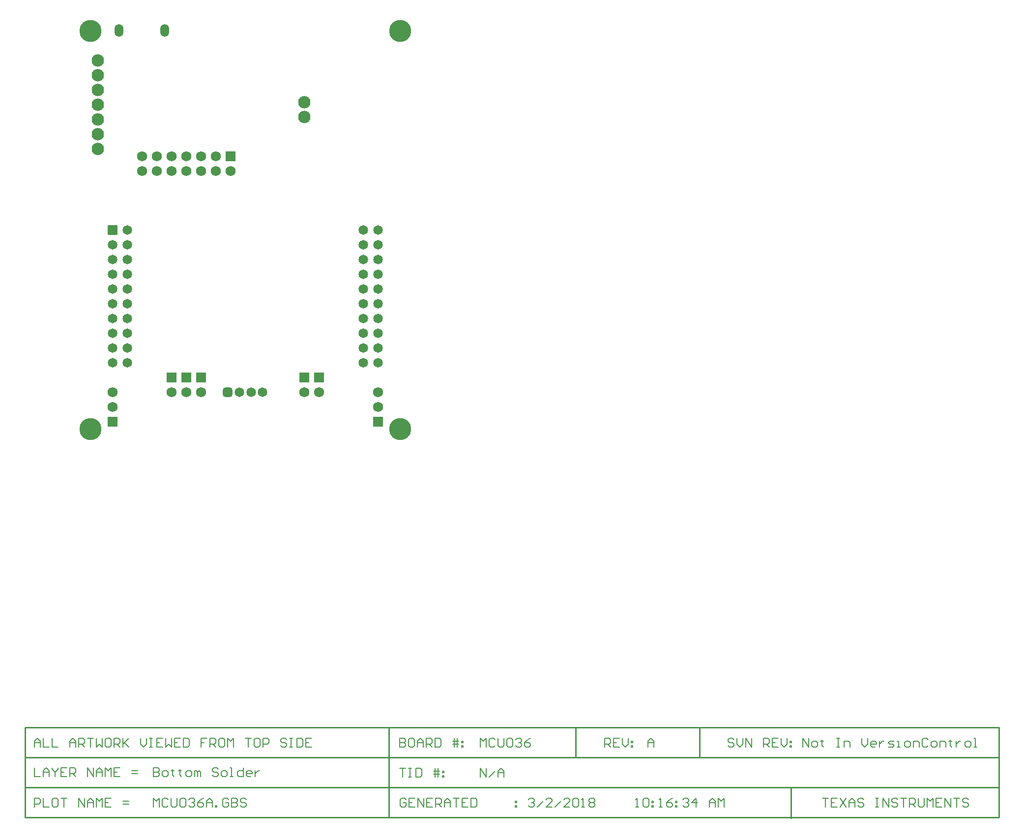
<source format=gbs>
G04 Layer_Color=16711935*
%FSAX25Y25*%
%MOIN*%
G70*
G01*
G75*
%ADD48C,0.01000*%
%ADD49C,0.00800*%
%ADD57C,0.06496*%
G04:AMPARAMS|DCode=120|XSize=64.96mil|YSize=64.96mil|CornerRadius=17.22mil|HoleSize=0mil|Usage=FLASHONLY|Rotation=0.000|XOffset=0mil|YOffset=0mil|HoleType=Round|Shape=RoundedRectangle|*
%AMROUNDEDRECTD120*
21,1,0.06496,0.03051,0,0,0.0*
21,1,0.03051,0.06496,0,0,0.0*
1,1,0.03445,0.01526,-0.01526*
1,1,0.03445,-0.01526,-0.01526*
1,1,0.03445,-0.01526,0.01526*
1,1,0.03445,0.01526,0.01526*
%
%ADD120ROUNDEDRECTD120*%
%ADD121C,0.06890*%
%ADD122R,0.06890X0.06890*%
G04:AMPARAMS|DCode=123|XSize=68.9mil|YSize=68.9mil|CornerRadius=3.92mil|HoleSize=0mil|Usage=FLASHONLY|Rotation=270.000|XOffset=0mil|YOffset=0mil|HoleType=Round|Shape=RoundedRectangle|*
%AMROUNDEDRECTD123*
21,1,0.06890,0.06106,0,0,270.0*
21,1,0.06106,0.06890,0,0,270.0*
1,1,0.00783,-0.03053,-0.03053*
1,1,0.00783,-0.03053,0.03053*
1,1,0.00783,0.03053,0.03053*
1,1,0.00783,0.03053,-0.03053*
%
%ADD123ROUNDEDRECTD123*%
G04:AMPARAMS|DCode=124|XSize=86.61mil|YSize=59.05mil|CornerRadius=29.53mil|HoleSize=0mil|Usage=FLASHONLY|Rotation=270.000|XOffset=0mil|YOffset=0mil|HoleType=Round|Shape=RoundedRectangle|*
%AMROUNDEDRECTD124*
21,1,0.08661,0.00000,0,0,270.0*
21,1,0.02756,0.05905,0,0,270.0*
1,1,0.05905,0.00000,-0.01378*
1,1,0.05905,0.00000,0.01378*
1,1,0.05905,0.00000,0.01378*
1,1,0.05905,0.00000,-0.01378*
%
%ADD124ROUNDEDRECTD124*%
%ADD125C,0.15000*%
%ADD126C,0.08394*%
G04:AMPARAMS|DCode=127|XSize=64.96mil|YSize=64.96mil|CornerRadius=3.8mil|HoleSize=0mil|Usage=FLASHONLY|Rotation=270.000|XOffset=0mil|YOffset=0mil|HoleType=Round|Shape=RoundedRectangle|*
%AMROUNDEDRECTD127*
21,1,0.06496,0.05736,0,0,270.0*
21,1,0.05736,0.06496,0,0,270.0*
1,1,0.00760,-0.02868,-0.02868*
1,1,0.00760,-0.02868,0.02868*
1,1,0.00760,0.02868,0.02868*
1,1,0.00760,0.02868,-0.02868*
%
%ADD127ROUNDEDRECTD127*%
G54D48*
X0559400Y0039400D02*
Y0059683D01*
X0440500Y0040050D02*
X0700200D01*
Y0101050D01*
X0286500Y0040050D02*
Y0101050D01*
X0040000Y0040050D02*
Y0101050D01*
X0040050Y0040050D02*
X0197600D01*
X0040050D02*
Y0101050D01*
Y0101050D02*
X0700200D01*
X0040000Y0040050D02*
X0440500D01*
X0040000Y0060383D02*
X0700000D01*
X0040000Y0080717D02*
X0700200D01*
X0413200D02*
Y0101050D01*
X0497200Y0080717D02*
Y0101050D01*
G54D49*
X0126900Y0073549D02*
Y0067551D01*
X0129899D01*
X0130899Y0068550D01*
Y0069550D01*
X0129899Y0070550D01*
X0126900D01*
X0129899D01*
X0130899Y0071549D01*
Y0072549D01*
X0129899Y0073549D01*
X0126900D01*
X0133898Y0067551D02*
X0135897D01*
X0136897Y0068550D01*
Y0070550D01*
X0135897Y0071549D01*
X0133898D01*
X0132898Y0070550D01*
Y0068550D01*
X0133898Y0067551D01*
X0139896Y0072549D02*
Y0071549D01*
X0138896D01*
X0140895D01*
X0139896D01*
Y0068550D01*
X0140895Y0067551D01*
X0144894Y0072549D02*
Y0071549D01*
X0143895D01*
X0145894D01*
X0144894D01*
Y0068550D01*
X0145894Y0067551D01*
X0149893D02*
X0151892D01*
X0152892Y0068550D01*
Y0070550D01*
X0151892Y0071549D01*
X0149893D01*
X0148893Y0070550D01*
Y0068550D01*
X0149893Y0067551D01*
X0154891D02*
Y0071549D01*
X0155891D01*
X0156890Y0070550D01*
Y0067551D01*
Y0070550D01*
X0157890Y0071549D01*
X0158890Y0070550D01*
Y0067551D01*
X0170886Y0072549D02*
X0169886Y0073549D01*
X0167887D01*
X0166887Y0072549D01*
Y0071549D01*
X0167887Y0070550D01*
X0169886D01*
X0170886Y0069550D01*
Y0068550D01*
X0169886Y0067551D01*
X0167887D01*
X0166887Y0068550D01*
X0173885Y0067551D02*
X0175884D01*
X0176884Y0068550D01*
Y0070550D01*
X0175884Y0071549D01*
X0173885D01*
X0172885Y0070550D01*
Y0068550D01*
X0173885Y0067551D01*
X0178883D02*
X0180883D01*
X0179883D01*
Y0073549D01*
X0178883D01*
X0187880D02*
Y0067551D01*
X0184881D01*
X0183882Y0068550D01*
Y0070550D01*
X0184881Y0071549D01*
X0187880D01*
X0192879Y0067551D02*
X0190879D01*
X0189880Y0068550D01*
Y0070550D01*
X0190879Y0071549D01*
X0192879D01*
X0193878Y0070550D01*
Y0069550D01*
X0189880D01*
X0195878Y0071549D02*
Y0067551D01*
Y0069550D01*
X0196877Y0070550D01*
X0197877Y0071549D01*
X0198877D01*
X0348550Y0067500D02*
Y0073498D01*
X0352549Y0067500D01*
Y0073498D01*
X0354548Y0067500D02*
X0358547Y0071499D01*
X0360546Y0067500D02*
Y0071499D01*
X0362545Y0073498D01*
X0364545Y0071499D01*
Y0067500D01*
Y0070499D01*
X0360546D01*
X0294000Y0073498D02*
X0297999D01*
X0295999D01*
Y0067500D01*
X0299998Y0073498D02*
X0301997D01*
X0300998D01*
Y0067500D01*
X0299998D01*
X0301997D01*
X0304996Y0073498D02*
Y0067500D01*
X0307996D01*
X0308995Y0068500D01*
Y0072498D01*
X0307996Y0073498D01*
X0304996D01*
X0317992Y0067500D02*
Y0073498D01*
X0319992D02*
Y0067500D01*
X0316993Y0071499D02*
X0319992D01*
X0320991D01*
X0316993Y0069499D02*
X0320991D01*
X0322991Y0071499D02*
X0323990D01*
Y0070499D01*
X0322991D01*
Y0071499D01*
Y0068500D02*
X0323990D01*
Y0067500D01*
X0322991D01*
Y0068500D01*
X0580500Y0052965D02*
X0584499D01*
X0582499D01*
Y0046966D01*
X0590497Y0052965D02*
X0586498D01*
Y0046966D01*
X0590497D01*
X0586498Y0049966D02*
X0588497D01*
X0592496Y0052965D02*
X0596495Y0046966D01*
Y0052965D02*
X0592496Y0046966D01*
X0598494D02*
Y0050965D01*
X0600493Y0052965D01*
X0602493Y0050965D01*
Y0046966D01*
Y0049966D01*
X0598494D01*
X0608491Y0051965D02*
X0607491Y0052965D01*
X0605492D01*
X0604492Y0051965D01*
Y0050965D01*
X0605492Y0049966D01*
X0607491D01*
X0608491Y0048966D01*
Y0047966D01*
X0607491Y0046966D01*
X0605492D01*
X0604492Y0047966D01*
X0616488Y0052965D02*
X0618488D01*
X0617488D01*
Y0046966D01*
X0616488D01*
X0618488D01*
X0621487D02*
Y0052965D01*
X0625486Y0046966D01*
Y0052965D01*
X0631484Y0051965D02*
X0630484Y0052965D01*
X0628484D01*
X0627485Y0051965D01*
Y0050965D01*
X0628484Y0049966D01*
X0630484D01*
X0631484Y0048966D01*
Y0047966D01*
X0630484Y0046966D01*
X0628484D01*
X0627485Y0047966D01*
X0633483Y0052965D02*
X0637482D01*
X0635482D01*
Y0046966D01*
X0639481D02*
Y0052965D01*
X0642480D01*
X0643480Y0051965D01*
Y0049966D01*
X0642480Y0048966D01*
X0639481D01*
X0641480D02*
X0643480Y0046966D01*
X0645479Y0052965D02*
Y0047966D01*
X0646479Y0046966D01*
X0648478D01*
X0649478Y0047966D01*
Y0052965D01*
X0651477Y0046966D02*
Y0052965D01*
X0653476Y0050965D01*
X0655476Y0052965D01*
Y0046966D01*
X0661474Y0052965D02*
X0657475D01*
Y0046966D01*
X0661474D01*
X0657475Y0049966D02*
X0659474D01*
X0663473Y0046966D02*
Y0052965D01*
X0667472Y0046966D01*
Y0052965D01*
X0669471D02*
X0673470D01*
X0671471D01*
Y0046966D01*
X0679468Y0051965D02*
X0678468Y0052965D01*
X0676469D01*
X0675469Y0051965D01*
Y0050965D01*
X0676469Y0049966D01*
X0678468D01*
X0679468Y0048966D01*
Y0047966D01*
X0678468Y0046966D01*
X0676469D01*
X0675469Y0047966D01*
X0454050Y0046966D02*
X0456049D01*
X0455050D01*
Y0052965D01*
X0454050Y0051965D01*
X0459048D02*
X0460048Y0052965D01*
X0462047D01*
X0463047Y0051965D01*
Y0047966D01*
X0462047Y0046966D01*
X0460048D01*
X0459048Y0047966D01*
Y0051965D01*
X0465046Y0050965D02*
X0466046D01*
Y0049966D01*
X0465046D01*
Y0050965D01*
Y0047966D02*
X0466046D01*
Y0046966D01*
X0465046D01*
Y0047966D01*
X0470045Y0046966D02*
X0472044D01*
X0471044D01*
Y0052965D01*
X0470045Y0051965D01*
X0479042Y0052965D02*
X0477043Y0051965D01*
X0475043Y0049966D01*
Y0047966D01*
X0476043Y0046966D01*
X0478042D01*
X0479042Y0047966D01*
Y0048966D01*
X0478042Y0049966D01*
X0475043D01*
X0481041Y0050965D02*
X0482041D01*
Y0049966D01*
X0481041D01*
Y0050965D01*
Y0047966D02*
X0482041D01*
Y0046966D01*
X0481041D01*
Y0047966D01*
X0486040Y0051965D02*
X0487039Y0052965D01*
X0489039D01*
X0490038Y0051965D01*
Y0050965D01*
X0489039Y0049966D01*
X0488039D01*
X0489039D01*
X0490038Y0048966D01*
Y0047966D01*
X0489039Y0046966D01*
X0487039D01*
X0486040Y0047966D01*
X0495037Y0046966D02*
Y0052965D01*
X0492038Y0049966D01*
X0496036D01*
X0504034Y0046966D02*
Y0050965D01*
X0506033Y0052965D01*
X0508033Y0050965D01*
Y0046966D01*
Y0049966D01*
X0504034D01*
X0510032Y0046966D02*
Y0052965D01*
X0512031Y0050965D01*
X0514031Y0052965D01*
Y0046966D01*
X0046350D02*
Y0052965D01*
X0049349D01*
X0050349Y0051965D01*
Y0049966D01*
X0049349Y0048966D01*
X0046350D01*
X0052348Y0052965D02*
Y0046966D01*
X0056347D01*
X0061345Y0052965D02*
X0059346D01*
X0058346Y0051965D01*
Y0047966D01*
X0059346Y0046966D01*
X0061345D01*
X0062345Y0047966D01*
Y0051965D01*
X0061345Y0052965D01*
X0064344D02*
X0068343D01*
X0066343D01*
Y0046966D01*
X0076340D02*
Y0052965D01*
X0080339Y0046966D01*
Y0052965D01*
X0082338Y0046966D02*
Y0050965D01*
X0084338Y0052965D01*
X0086337Y0050965D01*
Y0046966D01*
Y0049966D01*
X0082338D01*
X0088336Y0046966D02*
Y0052965D01*
X0090336Y0050965D01*
X0092335Y0052965D01*
Y0046966D01*
X0098333Y0052965D02*
X0094335D01*
Y0046966D01*
X0098333D01*
X0094335Y0049966D02*
X0096334D01*
X0106331Y0048966D02*
X0110329D01*
X0106331Y0050965D02*
X0110329D01*
X0046350Y0073549D02*
Y0067551D01*
X0050349D01*
X0052348D02*
Y0071549D01*
X0054347Y0073549D01*
X0056347Y0071549D01*
Y0067551D01*
Y0070550D01*
X0052348D01*
X0058346Y0073549D02*
Y0072549D01*
X0060346Y0070550D01*
X0062345Y0072549D01*
Y0073549D01*
X0060346Y0070550D02*
Y0067551D01*
X0068343Y0073549D02*
X0064344D01*
Y0067551D01*
X0068343D01*
X0064344Y0070550D02*
X0066343D01*
X0070342Y0067551D02*
Y0073549D01*
X0073341D01*
X0074341Y0072549D01*
Y0070550D01*
X0073341Y0069550D01*
X0070342D01*
X0072342D02*
X0074341Y0067551D01*
X0082338D02*
Y0073549D01*
X0086337Y0067551D01*
Y0073549D01*
X0088336Y0067551D02*
Y0071549D01*
X0090336Y0073549D01*
X0092335Y0071549D01*
Y0067551D01*
Y0070550D01*
X0088336D01*
X0094335Y0067551D02*
Y0073549D01*
X0096334Y0071549D01*
X0098333Y0073549D01*
Y0067551D01*
X0104331Y0073549D02*
X0100332D01*
Y0067551D01*
X0104331D01*
X0100332Y0070550D02*
X0102332D01*
X0112329Y0069550D02*
X0116327D01*
X0112329Y0071549D02*
X0116327D01*
X0294000Y0093831D02*
Y0087833D01*
X0296999D01*
X0297999Y0088833D01*
Y0089833D01*
X0296999Y0090832D01*
X0294000D01*
X0296999D01*
X0297999Y0091832D01*
Y0092832D01*
X0296999Y0093831D01*
X0294000D01*
X0302997D02*
X0300998D01*
X0299998Y0092832D01*
Y0088833D01*
X0300998Y0087833D01*
X0302997D01*
X0303997Y0088833D01*
Y0092832D01*
X0302997Y0093831D01*
X0305996Y0087833D02*
Y0091832D01*
X0307996Y0093831D01*
X0309995Y0091832D01*
Y0087833D01*
Y0090832D01*
X0305996D01*
X0311994Y0087833D02*
Y0093831D01*
X0314993D01*
X0315993Y0092832D01*
Y0090832D01*
X0314993Y0089833D01*
X0311994D01*
X0313994D02*
X0315993Y0087833D01*
X0317992Y0093831D02*
Y0087833D01*
X0320991D01*
X0321991Y0088833D01*
Y0092832D01*
X0320991Y0093831D01*
X0317992D01*
X0330988Y0087833D02*
Y0093831D01*
X0332987D02*
Y0087833D01*
X0329988Y0091832D02*
X0332987D01*
X0333987D01*
X0329988Y0089833D02*
X0333987D01*
X0335986Y0091832D02*
X0336986D01*
Y0090832D01*
X0335986D01*
Y0091832D01*
Y0088833D02*
X0336986D01*
Y0087833D01*
X0335986D01*
Y0088833D01*
X0348550Y0087833D02*
Y0093831D01*
X0350549Y0091832D01*
X0352549Y0093831D01*
Y0087833D01*
X0358547Y0092832D02*
X0357547Y0093831D01*
X0355548D01*
X0354548Y0092832D01*
Y0088833D01*
X0355548Y0087833D01*
X0357547D01*
X0358547Y0088833D01*
X0360546Y0093831D02*
Y0088833D01*
X0361546Y0087833D01*
X0363545D01*
X0364545Y0088833D01*
Y0093831D01*
X0366544Y0092832D02*
X0367544Y0093831D01*
X0369543D01*
X0370543Y0092832D01*
Y0088833D01*
X0369543Y0087833D01*
X0367544D01*
X0366544Y0088833D01*
Y0092832D01*
X0372542D02*
X0373542Y0093831D01*
X0375541D01*
X0376541Y0092832D01*
Y0091832D01*
X0375541Y0090832D01*
X0374542D01*
X0375541D01*
X0376541Y0089833D01*
Y0088833D01*
X0375541Y0087833D01*
X0373542D01*
X0372542Y0088833D01*
X0382539Y0093831D02*
X0380540Y0092832D01*
X0378540Y0090832D01*
Y0088833D01*
X0379540Y0087833D01*
X0381539D01*
X0382539Y0088833D01*
Y0089833D01*
X0381539Y0090832D01*
X0378540D01*
X0462150Y0087833D02*
Y0091832D01*
X0464149Y0093831D01*
X0466149Y0091832D01*
Y0087833D01*
Y0090832D01*
X0462150D01*
X0046350Y0087833D02*
Y0091832D01*
X0048349Y0093831D01*
X0050349Y0091832D01*
Y0087833D01*
Y0090832D01*
X0046350D01*
X0052348Y0093831D02*
Y0087833D01*
X0056347D01*
X0058346Y0093831D02*
Y0087833D01*
X0062345D01*
X0070342D02*
Y0091832D01*
X0072342Y0093831D01*
X0074341Y0091832D01*
Y0087833D01*
Y0090832D01*
X0070342D01*
X0076340Y0087833D02*
Y0093831D01*
X0079339D01*
X0080339Y0092832D01*
Y0090832D01*
X0079339Y0089833D01*
X0076340D01*
X0078340D02*
X0080339Y0087833D01*
X0082338Y0093831D02*
X0086337D01*
X0084338D01*
Y0087833D01*
X0088336Y0093831D02*
Y0087833D01*
X0090336Y0089833D01*
X0092335Y0087833D01*
Y0093831D01*
X0097334D02*
X0095334D01*
X0094335Y0092832D01*
Y0088833D01*
X0095334Y0087833D01*
X0097334D01*
X0098333Y0088833D01*
Y0092832D01*
X0097334Y0093831D01*
X0100332Y0087833D02*
Y0093831D01*
X0103332D01*
X0104331Y0092832D01*
Y0090832D01*
X0103332Y0089833D01*
X0100332D01*
X0102332D02*
X0104331Y0087833D01*
X0106331Y0093831D02*
Y0087833D01*
Y0089833D01*
X0110329Y0093831D01*
X0107330Y0090832D01*
X0110329Y0087833D01*
X0118327Y0093831D02*
Y0089833D01*
X0120326Y0087833D01*
X0122325Y0089833D01*
Y0093831D01*
X0124325D02*
X0126324D01*
X0125324D01*
Y0087833D01*
X0124325D01*
X0126324D01*
X0133322Y0093831D02*
X0129323D01*
Y0087833D01*
X0133322D01*
X0129323Y0090832D02*
X0131323D01*
X0135321Y0093831D02*
Y0087833D01*
X0137321Y0089833D01*
X0139320Y0087833D01*
Y0093831D01*
X0145318D02*
X0141319D01*
Y0087833D01*
X0145318D01*
X0141319Y0090832D02*
X0143319D01*
X0147317Y0093831D02*
Y0087833D01*
X0150316D01*
X0151316Y0088833D01*
Y0092832D01*
X0150316Y0093831D01*
X0147317D01*
X0163312D02*
X0159313D01*
Y0090832D01*
X0161313D01*
X0159313D01*
Y0087833D01*
X0165312D02*
Y0093831D01*
X0168310D01*
X0169310Y0092832D01*
Y0090832D01*
X0168310Y0089833D01*
X0165312D01*
X0167311D02*
X0169310Y0087833D01*
X0174309Y0093831D02*
X0172309D01*
X0171310Y0092832D01*
Y0088833D01*
X0172309Y0087833D01*
X0174309D01*
X0175308Y0088833D01*
Y0092832D01*
X0174309Y0093831D01*
X0177308Y0087833D02*
Y0093831D01*
X0179307Y0091832D01*
X0181306Y0093831D01*
Y0087833D01*
X0189304Y0093831D02*
X0193303D01*
X0191303D01*
Y0087833D01*
X0198301Y0093831D02*
X0196301D01*
X0195302Y0092832D01*
Y0088833D01*
X0196301Y0087833D01*
X0198301D01*
X0199301Y0088833D01*
Y0092832D01*
X0198301Y0093831D01*
X0201300Y0087833D02*
Y0093831D01*
X0204299D01*
X0205299Y0092832D01*
Y0090832D01*
X0204299Y0089833D01*
X0201300D01*
X0217295Y0092832D02*
X0216295Y0093831D01*
X0214296D01*
X0213296Y0092832D01*
Y0091832D01*
X0214296Y0090832D01*
X0216295D01*
X0217295Y0089833D01*
Y0088833D01*
X0216295Y0087833D01*
X0214296D01*
X0213296Y0088833D01*
X0219294Y0093831D02*
X0221293D01*
X0220294D01*
Y0087833D01*
X0219294D01*
X0221293D01*
X0224292Y0093831D02*
Y0087833D01*
X0227291D01*
X0228291Y0088833D01*
Y0092832D01*
X0227291Y0093831D01*
X0224292D01*
X0234289D02*
X0230291D01*
Y0087833D01*
X0234289D01*
X0230291Y0090832D02*
X0232290D01*
X0298199Y0051965D02*
X0297199Y0052965D01*
X0295200D01*
X0294200Y0051965D01*
Y0047966D01*
X0295200Y0046966D01*
X0297199D01*
X0298199Y0047966D01*
Y0049966D01*
X0296199D01*
X0304197Y0052965D02*
X0300198D01*
Y0046966D01*
X0304197D01*
X0300198Y0049966D02*
X0302197D01*
X0306196Y0046966D02*
Y0052965D01*
X0310195Y0046966D01*
Y0052965D01*
X0316193D02*
X0312194D01*
Y0046966D01*
X0316193D01*
X0312194Y0049966D02*
X0314194D01*
X0318192Y0046966D02*
Y0052965D01*
X0321191D01*
X0322191Y0051965D01*
Y0049966D01*
X0321191Y0048966D01*
X0318192D01*
X0320192D02*
X0322191Y0046966D01*
X0324190D02*
Y0050965D01*
X0326190Y0052965D01*
X0328189Y0050965D01*
Y0046966D01*
Y0049966D01*
X0324190D01*
X0330188Y0052965D02*
X0334187D01*
X0332188D01*
Y0046966D01*
X0340185Y0052965D02*
X0336186D01*
Y0046966D01*
X0340185D01*
X0336186Y0049966D02*
X0338186D01*
X0342184Y0052965D02*
Y0046966D01*
X0345183D01*
X0346183Y0047966D01*
Y0051965D01*
X0345183Y0052965D01*
X0342184D01*
X0372175Y0050965D02*
X0373175D01*
Y0049966D01*
X0372175D01*
Y0050965D01*
Y0047966D02*
X0373175D01*
Y0046966D01*
X0372175D01*
Y0047966D01*
X0381150Y0051965D02*
X0382150Y0052965D01*
X0384149D01*
X0385149Y0051965D01*
Y0050965D01*
X0384149Y0049966D01*
X0383149D01*
X0384149D01*
X0385149Y0048966D01*
Y0047966D01*
X0384149Y0046966D01*
X0382150D01*
X0381150Y0047966D01*
X0387148Y0046966D02*
X0391147Y0050965D01*
X0397145Y0046966D02*
X0393146D01*
X0397145Y0050965D01*
Y0051965D01*
X0396145Y0052965D01*
X0394146D01*
X0393146Y0051965D01*
X0399144Y0046966D02*
X0403143Y0050965D01*
X0409141Y0046966D02*
X0405142D01*
X0409141Y0050965D01*
Y0051965D01*
X0408141Y0052965D01*
X0406142D01*
X0405142Y0051965D01*
X0411140D02*
X0412140Y0052965D01*
X0414139D01*
X0415139Y0051965D01*
Y0047966D01*
X0414139Y0046966D01*
X0412140D01*
X0411140Y0047966D01*
Y0051965D01*
X0417138Y0046966D02*
X0419138D01*
X0418138D01*
Y0052965D01*
X0417138Y0051965D01*
X0422137D02*
X0423136Y0052965D01*
X0425136D01*
X0426135Y0051965D01*
Y0050965D01*
X0425136Y0049966D01*
X0426135Y0048966D01*
Y0047966D01*
X0425136Y0046966D01*
X0423136D01*
X0422137Y0047966D01*
Y0048966D01*
X0423136Y0049966D01*
X0422137Y0050965D01*
Y0051965D01*
X0423136Y0049966D02*
X0425136D01*
X0126900Y0046966D02*
Y0052965D01*
X0128899Y0050965D01*
X0130899Y0052965D01*
Y0046966D01*
X0136897Y0051965D02*
X0135897Y0052965D01*
X0133898D01*
X0132898Y0051965D01*
Y0047966D01*
X0133898Y0046966D01*
X0135897D01*
X0136897Y0047966D01*
X0138896Y0052965D02*
Y0047966D01*
X0139896Y0046966D01*
X0141895D01*
X0142895Y0047966D01*
Y0052965D01*
X0144894Y0051965D02*
X0145894Y0052965D01*
X0147893D01*
X0148893Y0051965D01*
Y0047966D01*
X0147893Y0046966D01*
X0145894D01*
X0144894Y0047966D01*
Y0051965D01*
X0150892D02*
X0151892Y0052965D01*
X0153891D01*
X0154891Y0051965D01*
Y0050965D01*
X0153891Y0049966D01*
X0152892D01*
X0153891D01*
X0154891Y0048966D01*
Y0047966D01*
X0153891Y0046966D01*
X0151892D01*
X0150892Y0047966D01*
X0160889Y0052965D02*
X0158890Y0051965D01*
X0156890Y0049966D01*
Y0047966D01*
X0157890Y0046966D01*
X0159889D01*
X0160889Y0047966D01*
Y0048966D01*
X0159889Y0049966D01*
X0156890D01*
X0162888Y0046966D02*
Y0050965D01*
X0164888Y0052965D01*
X0166887Y0050965D01*
Y0046966D01*
Y0049966D01*
X0162888D01*
X0168886Y0046966D02*
Y0047966D01*
X0169886D01*
Y0046966D01*
X0168886D01*
X0177884Y0051965D02*
X0176884Y0052965D01*
X0174884D01*
X0173885Y0051965D01*
Y0047966D01*
X0174884Y0046966D01*
X0176884D01*
X0177884Y0047966D01*
Y0049966D01*
X0175884D01*
X0179883Y0052965D02*
Y0046966D01*
X0182882D01*
X0183882Y0047966D01*
Y0048966D01*
X0182882Y0049966D01*
X0179883D01*
X0182882D01*
X0183882Y0050965D01*
Y0051965D01*
X0182882Y0052965D01*
X0179883D01*
X0189880Y0051965D02*
X0188880Y0052965D01*
X0186881D01*
X0185881Y0051965D01*
Y0050965D01*
X0186881Y0049966D01*
X0188880D01*
X0189880Y0048966D01*
Y0047966D01*
X0188880Y0046966D01*
X0186881D01*
X0185881Y0047966D01*
X0433000Y0087833D02*
Y0093831D01*
X0435999D01*
X0436999Y0092832D01*
Y0090832D01*
X0435999Y0089833D01*
X0433000D01*
X0434999D02*
X0436999Y0087833D01*
X0442997Y0093831D02*
X0438998D01*
Y0087833D01*
X0442997D01*
X0438998Y0090832D02*
X0440997D01*
X0444996Y0093831D02*
Y0089833D01*
X0446995Y0087833D01*
X0448995Y0089833D01*
Y0093831D01*
X0450994Y0091832D02*
X0451994D01*
Y0090832D01*
X0450994D01*
Y0091832D01*
Y0088833D02*
X0451994D01*
Y0087833D01*
X0450994D01*
Y0088833D01*
X0520799Y0092832D02*
X0519799Y0093831D01*
X0517800D01*
X0516800Y0092832D01*
Y0091832D01*
X0517800Y0090832D01*
X0519799D01*
X0520799Y0089833D01*
Y0088833D01*
X0519799Y0087833D01*
X0517800D01*
X0516800Y0088833D01*
X0522798Y0093831D02*
Y0089833D01*
X0524797Y0087833D01*
X0526797Y0089833D01*
Y0093831D01*
X0528796Y0087833D02*
Y0093831D01*
X0532795Y0087833D01*
Y0093831D01*
X0540792Y0087833D02*
Y0093831D01*
X0543791D01*
X0544791Y0092832D01*
Y0090832D01*
X0543791Y0089833D01*
X0540792D01*
X0542792D02*
X0544791Y0087833D01*
X0550789Y0093831D02*
X0546790D01*
Y0087833D01*
X0550789D01*
X0546790Y0090832D02*
X0548790D01*
X0552788Y0093831D02*
Y0089833D01*
X0554788Y0087833D01*
X0556787Y0089833D01*
Y0093831D01*
X0558786Y0091832D02*
X0559786D01*
Y0090832D01*
X0558786D01*
Y0091832D01*
Y0088833D02*
X0559786D01*
Y0087833D01*
X0558786D01*
Y0088833D01*
X0567400Y0087833D02*
Y0093831D01*
X0571399Y0087833D01*
Y0093831D01*
X0574398Y0087833D02*
X0576397D01*
X0577397Y0088833D01*
Y0090832D01*
X0576397Y0091832D01*
X0574398D01*
X0573398Y0090832D01*
Y0088833D01*
X0574398Y0087833D01*
X0580396Y0092832D02*
Y0091832D01*
X0579396D01*
X0581395D01*
X0580396D01*
Y0088833D01*
X0581395Y0087833D01*
X0590393Y0093831D02*
X0592392D01*
X0591392D01*
Y0087833D01*
X0590393D01*
X0592392D01*
X0595391D02*
Y0091832D01*
X0598390D01*
X0599390Y0090832D01*
Y0087833D01*
X0607387Y0093831D02*
Y0089833D01*
X0609386Y0087833D01*
X0611386Y0089833D01*
Y0093831D01*
X0616384Y0087833D02*
X0614385D01*
X0613385Y0088833D01*
Y0090832D01*
X0614385Y0091832D01*
X0616384D01*
X0617384Y0090832D01*
Y0089833D01*
X0613385D01*
X0619383Y0091832D02*
Y0087833D01*
Y0089833D01*
X0620383Y0090832D01*
X0621383Y0091832D01*
X0622382D01*
X0625381Y0087833D02*
X0628380D01*
X0629380Y0088833D01*
X0628380Y0089833D01*
X0626381D01*
X0625381Y0090832D01*
X0626381Y0091832D01*
X0629380D01*
X0631379Y0087833D02*
X0633379D01*
X0632379D01*
Y0091832D01*
X0631379D01*
X0637377Y0087833D02*
X0639377D01*
X0640376Y0088833D01*
Y0090832D01*
X0639377Y0091832D01*
X0637377D01*
X0636378Y0090832D01*
Y0088833D01*
X0637377Y0087833D01*
X0642376D02*
Y0091832D01*
X0645375D01*
X0646374Y0090832D01*
Y0087833D01*
X0652373Y0092832D02*
X0651373Y0093831D01*
X0649373D01*
X0648374Y0092832D01*
Y0088833D01*
X0649373Y0087833D01*
X0651373D01*
X0652373Y0088833D01*
X0655372Y0087833D02*
X0657371D01*
X0658371Y0088833D01*
Y0090832D01*
X0657371Y0091832D01*
X0655372D01*
X0654372Y0090832D01*
Y0088833D01*
X0655372Y0087833D01*
X0660370D02*
Y0091832D01*
X0663369D01*
X0664369Y0090832D01*
Y0087833D01*
X0667368Y0092832D02*
Y0091832D01*
X0666368D01*
X0668367D01*
X0667368D01*
Y0088833D01*
X0668367Y0087833D01*
X0671366Y0091832D02*
Y0087833D01*
Y0089833D01*
X0672366Y0090832D01*
X0673366Y0091832D01*
X0674365D01*
X0678364Y0087833D02*
X0680364D01*
X0681363Y0088833D01*
Y0090832D01*
X0680364Y0091832D01*
X0678364D01*
X0677364Y0090832D01*
Y0088833D01*
X0678364Y0087833D01*
X0683362D02*
X0685362D01*
X0684362D01*
Y0093831D01*
X0683362D01*
G54D57*
X0201011Y0328400D02*
D03*
X0193137D02*
D03*
X0185263D02*
D03*
X0099200Y0428400D02*
D03*
Y0418400D02*
D03*
Y0408400D02*
D03*
Y0398400D02*
D03*
Y0388400D02*
D03*
Y0378400D02*
D03*
Y0368400D02*
D03*
Y0358400D02*
D03*
Y0348400D02*
D03*
X0109200Y0438400D02*
D03*
Y0428400D02*
D03*
Y0418400D02*
D03*
Y0408400D02*
D03*
Y0398400D02*
D03*
Y0388400D02*
D03*
Y0378400D02*
D03*
Y0368400D02*
D03*
Y0358400D02*
D03*
Y0348400D02*
D03*
X0269200Y0438400D02*
D03*
Y0428400D02*
D03*
Y0418400D02*
D03*
Y0408400D02*
D03*
Y0398400D02*
D03*
Y0388400D02*
D03*
Y0378400D02*
D03*
Y0368400D02*
D03*
Y0358400D02*
D03*
Y0348400D02*
D03*
X0279200Y0438400D02*
D03*
Y0428400D02*
D03*
Y0418400D02*
D03*
Y0408400D02*
D03*
Y0398400D02*
D03*
Y0388400D02*
D03*
Y0378400D02*
D03*
Y0368400D02*
D03*
Y0358400D02*
D03*
Y0348400D02*
D03*
G54D120*
X0177389Y0328400D02*
D03*
G54D121*
X0279200D02*
D03*
Y0318400D02*
D03*
X0099200D02*
D03*
Y0328400D02*
D03*
X0229200D02*
D03*
X0239200D02*
D03*
X0159200D02*
D03*
X0139200D02*
D03*
X0149200D02*
D03*
X0179200Y0478400D02*
D03*
X0169200Y0488400D02*
D03*
Y0478400D02*
D03*
X0159200Y0488400D02*
D03*
Y0478400D02*
D03*
X0149200Y0488400D02*
D03*
Y0478400D02*
D03*
X0139200Y0488400D02*
D03*
Y0478400D02*
D03*
X0129200Y0488400D02*
D03*
Y0478400D02*
D03*
X0119200Y0488400D02*
D03*
Y0478400D02*
D03*
G54D122*
X0279200Y0308400D02*
D03*
X0099200D02*
D03*
X0179200Y0488400D02*
D03*
G54D123*
X0229200Y0338400D02*
D03*
X0239200D02*
D03*
X0159200D02*
D03*
X0139200D02*
D03*
X0149200D02*
D03*
G54D124*
X0103649Y0573691D02*
D03*
X0134751D02*
D03*
G54D125*
X0084200Y0303400D02*
D03*
X0294200D02*
D03*
Y0573400D02*
D03*
X0084200D02*
D03*
G54D126*
X0229200Y0514900D02*
D03*
Y0524900D02*
D03*
X0089200Y0493400D02*
D03*
Y0503400D02*
D03*
Y0513400D02*
D03*
Y0523400D02*
D03*
Y0533400D02*
D03*
Y0543400D02*
D03*
Y0553400D02*
D03*
G54D127*
X0099200Y0438400D02*
D03*
M02*

</source>
